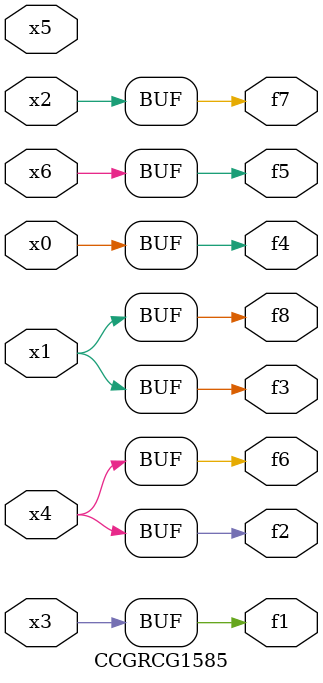
<source format=v>
module CCGRCG1585(
	input x0, x1, x2, x3, x4, x5, x6,
	output f1, f2, f3, f4, f5, f6, f7, f8
);
	assign f1 = x3;
	assign f2 = x4;
	assign f3 = x1;
	assign f4 = x0;
	assign f5 = x6;
	assign f6 = x4;
	assign f7 = x2;
	assign f8 = x1;
endmodule

</source>
